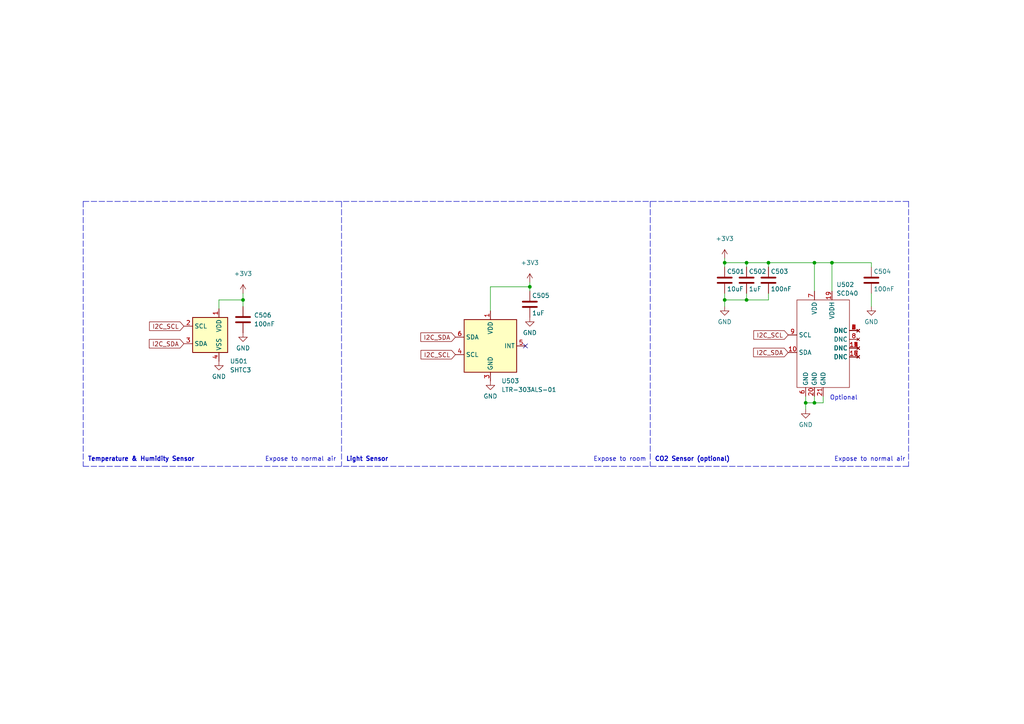
<source format=kicad_sch>
(kicad_sch (version 20211123) (generator eeschema)
  (paper "A4")
  (title_block (title "Fan Controller") (date "2022-10-28") (company "Sarif"))
  (lib_symbols
    (symbol "Device:C" (pin_numbers hide) (pin_names (offset 0.254))
      (property "Reference" "C" (at 0.635 2.54 0))
      (property "Value" "C" (at 0.635 -2.54 0))
      (symbol "C_0_1"
        (polyline (pts (xy -2.032 -0.762) (xy 2.032 -0.762)) (stroke (width 0.508)))
        (polyline (pts (xy -2.032 0.762) (xy 2.032 0.762)) (stroke (width 0.508)))
      )
      (symbol "C_1_1"
        (pin passive line (at 0 3.81 270) (length 2.794) (name "~") (number "1"))
        (pin passive line (at 0 -3.81 90) (length 2.794) (name "~") (number "2"))
      )
    )
    (symbol "Sensor_Humidity:SHTC3"
      (property "Reference" "U" (at -3.81 6.35 0))
      (property "Value" "SHTC3" (at -2.54 -6.35 0))
      (symbol "SHTC3_1_1"
        (rectangle (start -5.08 5.08) (end 5.08 -5.08) (stroke (width 0.254)) (fill (type background)))
        (pin power_in line (at 2.54 7.62 270) (length 2.54) (name "VDD") (number "1"))
        (pin input line (at -7.62 2.54 0) (length 2.54) (name "SCL") (number "2"))
        (pin bidirectional line (at -7.62 -2.54 0) (length 2.54) (name "SDA") (number "3"))
        (pin power_in line (at 2.54 -7.62 90) (length 2.54) (name "VSS") (number "4"))
        (pin no_connect line (at 5.08 0 180) (length 2.54) hide (name "NC") (number "5"))
      )
    )
    (symbol "Sensor_Optical:LTR-303ALS-01"
      (property "Reference" "U" (at -7.62 8.89 0))
      (property "Value" "LTR-303ALS-01" (at 1.27 8.89 0))
      (symbol "LTR-303ALS-01_0_1"
        (rectangle (start -7.62 7.62) (end 7.62 -7.62) (stroke (width 0.254)) (fill (type background)))
      )
      (symbol "LTR-303ALS-01_1_1"
        (pin power_in line (at 0 10.16 270) (length 2.54) (name "VDD") (number "1"))
        (pin no_connect line (at 2.54 0 180) (length 2.54) hide (name "NC") (number "2"))
        (pin power_in line (at 0 -10.16 90) (length 2.54) (name "GND") (number "3"))
        (pin input line (at -10.16 -2.54 0) (length 2.54) (name "SCL") (number "4"))
        (pin open_collector line (at 10.16 0 180) (length 2.54) (name "INT") (number "5"))
        (pin bidirectional line (at -10.16 2.54 0) (length 2.54) (name "SDA") (number "6"))
      )
    )
    (symbol "fancontroller:SCD4x"
      (property "Reference" "U" (at 6.35 -15.24 0))
      (property "Value" "SCD4x" (at 6.35 -17.78 0))
      (symbol "SCD4x_0_1"
        (rectangle (start -7.62 12.7) (end 7.62 -12.7))
      )
      (symbol "SCD4x_1_1"
        (pin no_connect line (at 10.16 3.81 180) (length 2.54) (name "DNC") (number "1"))
        (pin open_collector line (at -10.16 -2.54 0) (length 2.54) (name "SDA") (number "10"))
        (pin no_connect line (at 10.16 -1.27 180) (length 2.54) (name "DNC") (number "11"))
        (pin no_connect line (at 10.16 -1.27 180) (length 2.54) (name "DNC") (number "12"))
        (pin no_connect line (at 10.16 -1.27 180) (length 2.54) (name "DNC") (number "13"))
        (pin no_connect line (at 10.16 -1.27 180) (length 2.54) (name "DNC") (number "14"))
        (pin no_connect line (at 10.16 -1.27 180) (length 2.54) (name "DNC") (number "15"))
        (pin no_connect line (at 10.16 -3.81 180) (length 2.54) (name "DNC") (number "16"))
        (pin no_connect line (at 10.16 -3.81 180) (length 2.54) (name "DNC") (number "17"))
        (pin no_connect line (at 10.16 -3.81 180) (length 2.54) (name "DNC") (number "18"))
        (pin power_in line (at 2.54 15.24 270) (length 2.54) (name "VDDH") (number "19"))
        (pin no_connect line (at 10.16 3.81 180) (length 2.54) (name "DNC") (number "2"))
        (pin power_out line (at -2.54 -15.24 90) (length 2.54) (name "GND") (number "20"))
        (pin power_out line (at 0 -15.24 90) (length 2.54) (name "GND") (number "21"))
        (pin no_connect line (at 10.16 3.81 180) (length 2.54) (name "DNC") (number "3"))
        (pin no_connect line (at 10.16 3.81 180) (length 2.54) (name "DNC") (number "4"))
        (pin no_connect line (at 10.16 3.81 180) (length 2.54) (name "DNC") (number "5"))
        (pin no_connect line (at 10.16 3.81 180) (length 2.54) (name "DNC") (number "6"))
        (pin power_out line (at -5.08 -15.24 90) (length 2.54) (name "GND") (number "6"))
        (pin power_in line (at -2.54 15.24 270) (length 2.54) (name "VDD") (number "7"))
        (pin no_connect line (at 10.16 1.27 180) (length 2.54) (name "DNC") (number "8"))
        (pin open_collector line (at -10.16 2.54 0) (length 2.54) (name "SCL") (number "9"))
      )
    )
    (symbol "power:+3V3" (power) (pin_names (offset 0))
      (property "Value" "+3V3" (at 0 3.556 0))
      (symbol "+3V3_0_1"
        (polyline (pts (xy -0.762 1.27) (xy 0 2.54)))
        (polyline (pts (xy 0 0) (xy 0 2.54)))
        (polyline (pts (xy 0 2.54) (xy 0.762 1.27)))
      )
      (symbol "+3V3_1_1"
        (pin power_in line (at 0 0 90) (length 0) hide (name "+3V3") (number "1"))
      )
    )
    (symbol "power:GND" (power) (pin_names (offset 0))
      (property "Value" "GND" (at 0 -3.81 0))
      (symbol "GND_0_1"
        (polyline (pts (xy 0 0) (xy 0 -1.27) (xy 1.27 -1.27) (xy 0 -2.54) (xy -1.27 -1.27) (xy 0 -1.27)))
      )
      (symbol "GND_1_1"
        (pin power_in line (at 0 0 270) (length 0) hide (name "GND") (number "1"))
      )
    )
  )
  (junction (at 210.185 86.995))
  (junction (at 241.3 76.2))
  (junction (at 236.22 76.2))
  (junction (at 70.485 86.995))
  (junction (at 210.185 76.2))
  (junction (at 153.67 83.185))
  (junction (at 222.885 76.2))
  (junction (at 236.22 116.84))
  (junction (at 216.535 76.2))
  (junction (at 233.68 116.84))
  (junction (at 216.535 86.995))
  (no_connect (at 152.4 100.33))
  (wire (pts (xy 216.535 76.2) (xy 216.535 77.47)))
  (wire (pts (xy 70.485 86.995) (xy 70.485 88.9)))
  (wire (pts (xy 216.535 86.995) (xy 222.885 86.995)))
  (wire (pts (xy 210.185 76.2) (xy 210.185 77.47)))
  (polyline (pts (xy 24.13 58.42) (xy 263.525 58.42)))
  (wire (pts (xy 233.68 116.84) (xy 233.68 118.745)))
  (wire (pts (xy 210.185 86.995) (xy 216.535 86.995)))
  (wire (pts (xy 153.67 83.185) (xy 153.67 84.455)))
  (polyline (pts (xy 188.595 58.42) (xy 188.595 135.255)))
  (wire (pts (xy 233.68 116.84) (xy 236.22 116.84)))
  (wire (pts (xy 210.185 76.2) (xy 216.535 76.2)))
  (wire (pts (xy 142.24 83.185) (xy 142.24 90.17)))
  (wire (pts (xy 70.485 85.09) (xy 70.485 86.995)))
  (polyline (pts (xy 99.06 58.42) (xy 99.06 135.255)))
  (wire (pts (xy 238.76 116.84) (xy 238.76 114.935)))
  (wire (pts (xy 63.5 86.995) (xy 63.5 89.535)))
  (wire (pts (xy 210.185 86.995) (xy 210.185 88.9)))
  (wire (pts (xy 236.22 76.2) (xy 241.3 76.2)))
  (wire (pts (xy 63.5 86.995) (xy 70.485 86.995)))
  (polyline (pts (xy 24.13 58.42) (xy 24.13 135.255)))
  (wire (pts (xy 222.885 76.2) (xy 222.885 77.47)))
  (wire (pts (xy 222.885 86.995) (xy 222.885 85.09)))
  (wire (pts (xy 222.885 76.2) (xy 236.22 76.2)))
  (polyline (pts (xy 263.525 135.255) (xy 24.13 135.255)))
  (wire (pts (xy 216.535 76.2) (xy 222.885 76.2)))
  (wire (pts (xy 236.22 116.84) (xy 238.76 116.84)))
  (wire (pts (xy 153.67 83.185) (xy 142.24 83.185)))
  (wire (pts (xy 233.68 114.935) (xy 233.68 116.84)))
  (wire (pts (xy 241.3 76.2) (xy 252.73 76.2)))
  (wire (pts (xy 153.67 81.915) (xy 153.67 83.185)))
  (wire (pts (xy 210.185 85.09) (xy 210.185 86.995)))
  (wire (pts (xy 236.22 116.84) (xy 236.22 114.935)))
  (wire (pts (xy 252.73 85.09) (xy 252.73 88.9)))
  (wire (pts (xy 216.535 86.995) (xy 216.535 85.09)))
  (wire (pts (xy 241.3 76.2) (xy 241.3 84.455)))
  (wire (pts (xy 210.185 74.93) (xy 210.185 76.2)))
  (wire (pts (xy 236.22 76.2) (xy 236.22 84.455)))
  (wire (pts (xy 252.73 76.2) (xy 252.73 77.47)))
  (polyline (pts (xy 263.525 58.42) (xy 263.525 135.255)))
  (text "Expose to room" (at 172.085 133.985 0) (effects (font (size 1.27 1.27)) (justify left bottom)))
  (text "Optional" (at 240.665 116.205 0) (effects (font (size 1.27 1.27)) (justify left bottom)))
  (text "Expose to normal air" (at 241.935 133.985 0) (effects (font (size 1.27 1.27)) (justify left bottom)))
  (text "Light Sensor" (at 100.33 133.985 0) (effects (font (size 1.27 1.27) bold) (justify left bottom)))
  (text "CO2 Sensor (optional)" (at 189.865 133.985 0) (effects (font (size 1.27 1.27) bold) (justify left bottom)))
  (text "Expose to normal air" (at 76.835 133.985 0) (effects (font (size 1.27 1.27)) (justify left bottom)))
  (text "Temperature & Humidity Sensor" (at 25.4 133.985 0) (effects (font (size 1.27 1.27) (thickness 0.254) bold) (justify left bottom)))
  (global_label "I2C_SDA" (shape input) (at 53.34 99.695 180) (property "Intersheet References" "${INTERSHEET_REFS}" (at 43.3069 99.6156 0) (effects (justify right))))
  (global_label "I2C_SDA" (shape input) (at 228.6 102.235 180) (property "Intersheet References" "${INTERSHEET_REFS}" (at 218.5669 102.1556 0) (effects (justify right))))
  (global_label "I2C_SCL" (shape input) (at 53.34 94.615 180) (property "Intersheet References" "${INTERSHEET_REFS}" (at 43.3674 94.5356 0) (effects (justify right))))
  (global_label "I2C_SDA" (shape input) (at 132.08 97.79 180) (property "Intersheet References" "${INTERSHEET_REFS}" (at 122.0469 97.7106 0) (effects (justify right))))
  (global_label "I2C_SCL" (shape input) (at 228.6 97.155 180) (property "Intersheet References" "${INTERSHEET_REFS}" (at 218.6274 97.0756 0) (effects (justify right))))
  (global_label "I2C_SCL" (shape input) (at 132.08 102.87 180) (property "Intersheet References" "${INTERSHEET_REFS}" (at 122.1074 102.7906 0) (effects (justify right))))
  (symbol (lib_id "Device:C") (at 70.485 92.71 0) (unit 1)
    (property "Reference" "C506" (at 73.66 91.4399 0) (effects (justify left)))
    (property "Value" "100nF" (at 73.66 93.9799 0) (effects (justify left)))
    (property "Footprint" "Capacitor_SMD:C_0402_1005Metric" (effects hide))
    (property "LCSC" "C307331" (effects hide))
  )
  (symbol (lib_id "power:GND") (at 210.185 88.9 0) (unit 1)
    (property "Reference" "#PWR0504" (effects hide))
    (property "Value" "GND" (at 210.185 93.345 0))
  )
  (symbol (lib_id "power:GND") (at 252.73 88.9 0) (unit 1)
    (property "Reference" "#PWR0505" (effects hide))
    (property "Value" "GND" (at 252.73 93.345 0))
  )
  (symbol (lib_id "Device:C") (at 210.185 81.28 0) (unit 1)
    (property "Reference" "C501" (at 210.82 78.74 0) (effects (justify left)))
    (property "Value" "10uF" (at 210.82 83.82 0) (effects (justify left)))
    (property "Footprint" "Capacitor_SMD:C_0402_1005Metric" (effects hide))
    (property "LCSC" "C15525" (effects hide))
  )
  (symbol (lib_id "power:+3V3") (at 210.185 74.93 0) (unit 1)
    (property "Reference" "#PWR0501" (effects hide))
    (property "Value" "+3V3" (at 210.185 69.215 0))
  )
  (symbol (lib_id "fancontroller:SCD4x") (at 238.76 99.695 0) (unit 1) (in_bom no)
    (property "Reference" "U502" (at 242.57 82.55 0) (effects (justify left)))
    (property "Value" "SCD40" (at 242.57 85.09 0) (effects (justify left)))
    (property "Footprint" "fancontroller:SCD4x" (effects hide))
    (property "Datasheet" "https://eu.mouser.com/datasheet/2/682/Sensirion_CO2_Sensors_SCD4x_Datasheet-2321195.pdf" (effects hide))
  )
  (symbol (lib_id "Device:C") (at 153.67 88.265 0) (unit 1)
    (property "Reference" "C505" (at 154.305 85.725 0) (effects (justify left)))
    (property "Value" "1uF" (at 154.305 90.805 0) (effects (justify left)))
    (property "Footprint" "Capacitor_SMD:C_0402_1005Metric" (effects hide))
    (property "LCSC" "C52923" (effects hide))
  )
  (symbol (lib_id "power:+3V3") (at 153.67 81.915 0) (unit 1)
    (property "Reference" "#PWR0502" (effects hide))
    (property "Value" "+3V3" (at 153.67 76.2 0))
  )
  (symbol (lib_id "power:+3V3") (at 70.485 85.09 0) (unit 1)
    (property "Reference" "#PWR0503" (effects hide))
    (property "Value" "+3V3" (at 70.485 79.375 0))
  )
  (symbol (lib_id "Device:C") (at 222.885 81.28 0) (unit 1)
    (property "Reference" "C503" (at 223.52 78.74 0) (effects (justify left)))
    (property "Value" "100nF" (at 223.52 83.82 0) (effects (justify left)))
    (property "Footprint" "Capacitor_SMD:C_0402_1005Metric" (effects hide))
    (property "LCSC" "C307331" (effects hide))
  )
  (symbol (lib_id "Sensor_Humidity:SHTC3") (at 60.96 97.155 0) (unit 1)
    (property "Reference" "U501" (at 66.675 104.775 0) (effects (justify left)))
    (property "Value" "SHTC3" (at 66.675 107.315 0) (effects (justify left)))
    (property "Footprint" "Sensor_Humidity:Sensirion_DFN-4-1EP_2x2mm_P1mm_EP0.7x1.6mm" (effects hide))
    (property "Datasheet" "https://www.sensirion.com/fileadmin/user_upload/customers/sensirion/Dokumente/0_Datasheets/Humidity/Sensirion_Humidity_Sensors_SHTC3_Datasheet.pdf" (effects hide))
    (property "LCSC" "C194656" (effects hide))
  )
  (symbol (lib_id "power:GND") (at 233.68 118.745 0) (unit 1)
    (property "Reference" "#PWR0510" (effects hide))
    (property "Value" "GND" (at 233.68 123.19 0))
  )
  (symbol (lib_id "Sensor_Optical:LTR-303ALS-01") (at 142.24 100.33 0) (unit 1)
    (property "Reference" "U503" (at 145.415 110.49 0) (effects (justify left)))
    (property "Value" "LTR-303ALS-01" (at 145.415 113.03 0) (effects (justify left)))
    (property "Footprint" "OptoDevice:Lite-On_LTR-303ALS-01" (effects hide))
    (property "Datasheet" "http://optoelectronics.liteon.com/upload/download/DS86-2013-0004/LTR-303ALS-01_DS_V1.pdf" (effects hide))
    (property "LCSC" "C364577" (effects hide))
  )
  (symbol (lib_id "power:GND") (at 142.24 110.49 0) (unit 1)
    (property "Reference" "#PWR0509" (effects hide))
    (property "Value" "GND" (at 142.24 114.935 0))
  )
  (symbol (lib_id "power:GND") (at 153.67 92.075 0) (unit 1)
    (property "Reference" "#PWR0506" (effects hide))
    (property "Value" "GND" (at 153.67 96.52 0))
  )
  (symbol (lib_id "power:GND") (at 63.5 104.775 0) (unit 1)
    (property "Reference" "#PWR0508" (effects hide))
    (property "Value" "GND" (at 63.5 109.22 0))
  )
  (symbol (lib_id "Device:C") (at 216.535 81.28 0) (unit 1)
    (property "Reference" "C502" (at 217.17 78.74 0) (effects (justify left)))
    (property "Value" "1uF" (at 217.17 83.82 0) (effects (justify left)))
    (property "Footprint" "Capacitor_SMD:C_0402_1005Metric" (effects hide))
    (property "LCSC" "C52923" (effects hide))
  )
  (symbol (lib_id "power:GND") (at 70.485 96.52 0) (unit 1)
    (property "Reference" "#PWR0507" (effects hide))
    (property "Value" "GND" (at 70.485 100.965 0))
  )
  (symbol (lib_id "Device:C") (at 252.73 81.28 0) (unit 1)
    (property "Reference" "C504" (at 253.365 78.74 0) (effects (justify left)))
    (property "Value" "100nF" (at 253.365 83.82 0) (effects (justify left)))
    (property "Footprint" "Capacitor_SMD:C_0402_1005Metric" (effects hide))
    (property "LCSC" "C307331" (effects hide))
  )
)
</source>
